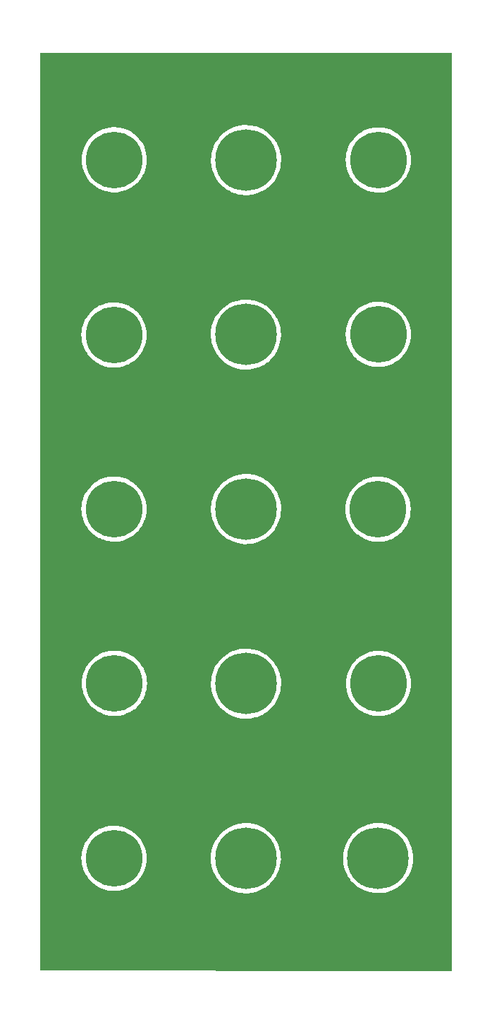
<source format=gbr>
%TF.GenerationSoftware,KiCad,Pcbnew,(6.0.5)*%
%TF.CreationDate,2022-07-06T11:36:20+02:00*%
%TF.ProjectId,faceplate-kicad,66616365-706c-4617-9465-2d6b69636164,rev?*%
%TF.SameCoordinates,Original*%
%TF.FileFunction,Copper,L1,Top*%
%TF.FilePolarity,Positive*%
%FSLAX46Y46*%
G04 Gerber Fmt 4.6, Leading zero omitted, Abs format (unit mm)*
G04 Created by KiCad (PCBNEW (6.0.5)) date 2022-07-06 11:36:20*
%MOMM*%
%LPD*%
G01*
G04 APERTURE LIST*
%TA.AperFunction,ComponentPad*%
%ADD10C,7.200000*%
%TD*%
%TA.AperFunction,ConnectorPad*%
%ADD11C,7.400000*%
%TD*%
%TA.AperFunction,ConnectorPad*%
%ADD12C,6.400000*%
%TD*%
%TA.AperFunction,ComponentPad*%
%ADD13C,6.800000*%
%TD*%
G04 APERTURE END LIST*
D10*
%TO.P,REF\u002A\u002A,1*%
%TO.N,N/C*%
X154910000Y-108790000D03*
D11*
X154910000Y-108790000D03*
%TD*%
D10*
%TO.P,REF\u002A\u002A,1*%
%TO.N,N/C*%
X154900000Y-66890000D03*
D11*
X154900000Y-66890000D03*
%TD*%
D10*
%TO.P,REF\u002A\u002A,1*%
%TO.N,N/C*%
X170770000Y-129730000D03*
D11*
X170770000Y-129730000D03*
%TD*%
D10*
%TO.P,REF\u002A\u002A,1*%
%TO.N,N/C*%
X154910000Y-45940000D03*
D11*
X154910000Y-45940000D03*
%TD*%
D10*
%TO.P,REF\u002A\u002A,1*%
%TO.N,N/C*%
X154910000Y-87830000D03*
D11*
X154910000Y-87830000D03*
%TD*%
D10*
%TO.P,REF\u002A\u002A,1*%
%TO.N,N/C*%
X154890000Y-129750000D03*
D11*
X154890000Y-129750000D03*
%TD*%
D12*
%TO.P,REF\u002A\u002A,1*%
%TO.N,N/C*%
X139050000Y-87830000D03*
D13*
X139050000Y-87830000D03*
%TD*%
D12*
%TO.P,REF\u002A\u002A,1*%
%TO.N,N/C*%
X139110000Y-108750000D03*
D13*
X139110000Y-108750000D03*
%TD*%
D12*
%TO.P,REF\u002A\u002A,1*%
%TO.N,N/C*%
X139090000Y-45900000D03*
D13*
X139090000Y-45900000D03*
%TD*%
D12*
%TO.P,REF\u002A\u002A,1*%
%TO.N,N/C*%
X139050000Y-66930000D03*
D13*
X139050000Y-66930000D03*
%TD*%
D12*
%TO.P,REF\u002A\u002A,1*%
%TO.N,N/C*%
X170790000Y-66860000D03*
D13*
X170790000Y-66860000D03*
%TD*%
D12*
%TO.P,GND,1*%
%TO.N,N/C*%
X170790000Y-45920000D03*
D13*
X170790000Y-45920000D03*
%TD*%
D12*
%TO.P,REF\u002A\u002A,1*%
%TO.N,N/C*%
X139050000Y-129760000D03*
D13*
X139050000Y-129760000D03*
%TD*%
D12*
%TO.P,REF\u002A\u002A,1*%
%TO.N,N/C*%
X170820000Y-108770000D03*
D13*
X170820000Y-108770000D03*
%TD*%
D12*
%TO.P,REF\u002A\u002A,1*%
%TO.N,N/C*%
X170780000Y-87850000D03*
D13*
X170780000Y-87850000D03*
%TD*%
%TA.AperFunction,NonConductor*%
G36*
X179593648Y-33060002D02*
G01*
X179640141Y-33113658D01*
X179651527Y-33166000D01*
X179651527Y-143200728D01*
X179631525Y-143268849D01*
X179577869Y-143315342D01*
X179525293Y-143326728D01*
X172627293Y-143313940D01*
X130294159Y-143235458D01*
X130226076Y-143215329D01*
X130179683Y-143161588D01*
X130168393Y-143109458D01*
X130168393Y-129746339D01*
X135136501Y-129746339D01*
X135136651Y-129749520D01*
X135152213Y-130079503D01*
X135155155Y-130141893D01*
X135213686Y-130533537D01*
X135311496Y-130917260D01*
X135372107Y-131082887D01*
X135445678Y-131283928D01*
X135447583Y-131289135D01*
X135620554Y-131645354D01*
X135828637Y-131982270D01*
X136069702Y-132296432D01*
X136071884Y-132298748D01*
X136071893Y-132298758D01*
X136266680Y-132505460D01*
X136341282Y-132584625D01*
X136343687Y-132586709D01*
X136343693Y-132586714D01*
X136593808Y-132803370D01*
X136640595Y-132843898D01*
X136964576Y-133071596D01*
X137005909Y-133094791D01*
X137214067Y-133211604D01*
X137309910Y-133265389D01*
X137312824Y-133266656D01*
X137312828Y-133266658D01*
X137364575Y-133289158D01*
X137673060Y-133423291D01*
X137852788Y-133480650D01*
X138047263Y-133542715D01*
X138047271Y-133542717D01*
X138050307Y-133543686D01*
X138101965Y-133554572D01*
X138434671Y-133624684D01*
X138434676Y-133624685D01*
X138437790Y-133625341D01*
X138831541Y-133667421D01*
X138834728Y-133667438D01*
X138834734Y-133667438D01*
X139014648Y-133668380D01*
X139227529Y-133669494D01*
X139342579Y-133658416D01*
X139618515Y-133631847D01*
X139618523Y-133631846D01*
X139621699Y-133631540D01*
X140010016Y-133553947D01*
X140301054Y-133464412D01*
X140385462Y-133438445D01*
X140385465Y-133438444D01*
X140388504Y-133437509D01*
X140391432Y-133436272D01*
X140391438Y-133436270D01*
X140555773Y-133366851D01*
X140753287Y-133283418D01*
X140756090Y-133281884D01*
X140756095Y-133281881D01*
X140927391Y-133188099D01*
X141100631Y-133093253D01*
X141426979Y-132868960D01*
X141674430Y-132659106D01*
X141726561Y-132614896D01*
X141726563Y-132614894D01*
X141728991Y-132612835D01*
X141731196Y-132610543D01*
X141731202Y-132610538D01*
X141853706Y-132483237D01*
X142003573Y-132327502D01*
X142247915Y-132015881D01*
X142270885Y-131979547D01*
X142457806Y-131683866D01*
X142459515Y-131681163D01*
X142636207Y-131326775D01*
X142776180Y-130956346D01*
X142787402Y-130914173D01*
X142854097Y-130663511D01*
X142878003Y-130573667D01*
X142890825Y-130493621D01*
X142940128Y-130185809D01*
X142940633Y-130182658D01*
X142942802Y-130145052D01*
X142950649Y-130008956D01*
X142963428Y-129787321D01*
X142963523Y-129760000D01*
X142963117Y-129751974D01*
X142960037Y-129691169D01*
X150676836Y-129691169D01*
X150676944Y-129694258D01*
X150690505Y-130082583D01*
X150691203Y-130102583D01*
X150691609Y-130105627D01*
X150691610Y-130105637D01*
X150711546Y-130255045D01*
X150745648Y-130510631D01*
X150746348Y-130513615D01*
X150746349Y-130513621D01*
X150786892Y-130686477D01*
X150839652Y-130911419D01*
X150972317Y-131301120D01*
X151142377Y-131676016D01*
X151348210Y-132032528D01*
X151349999Y-132035026D01*
X151350001Y-132035030D01*
X151571738Y-132344749D01*
X151587849Y-132367253D01*
X151589876Y-132369568D01*
X151589878Y-132369571D01*
X151704771Y-132500812D01*
X151859008Y-132676995D01*
X152159098Y-132958799D01*
X152335688Y-133094791D01*
X152456851Y-133188099D01*
X152485256Y-133209974D01*
X152487859Y-133211601D01*
X152487864Y-133211604D01*
X152571447Y-133263832D01*
X152834367Y-133428123D01*
X153203099Y-133611163D01*
X153587934Y-133757348D01*
X153985197Y-133865282D01*
X153988240Y-133865797D01*
X153988246Y-133865798D01*
X154388055Y-133933421D01*
X154388062Y-133933422D01*
X154391096Y-133933935D01*
X154394167Y-133934150D01*
X154394169Y-133934150D01*
X154798692Y-133962437D01*
X154798700Y-133962437D01*
X154801758Y-133962651D01*
X155065974Y-133955271D01*
X155210187Y-133951243D01*
X155210190Y-133951243D01*
X155213261Y-133951157D01*
X155216314Y-133950771D01*
X155216318Y-133950771D01*
X155374631Y-133930771D01*
X155621680Y-133899561D01*
X155624684Y-133898879D01*
X155624687Y-133898878D01*
X156020118Y-133809039D01*
X156020124Y-133809037D01*
X156023114Y-133808358D01*
X156239878Y-133736250D01*
X156410808Y-133679389D01*
X156410814Y-133679387D01*
X156413732Y-133678416D01*
X156433771Y-133669494D01*
X156787006Y-133512224D01*
X156787012Y-133512221D01*
X156789806Y-133510977D01*
X156792475Y-133509461D01*
X157145073Y-133309158D01*
X157145081Y-133309153D01*
X157147746Y-133307639D01*
X157173945Y-133289158D01*
X157449477Y-133094791D01*
X157484136Y-133070342D01*
X157507307Y-133050342D01*
X157793426Y-132803370D01*
X157795764Y-132801352D01*
X157797885Y-132799125D01*
X157797891Y-132799119D01*
X158077538Y-132505460D01*
X158079655Y-132503237D01*
X158097176Y-132480812D01*
X158331191Y-132181286D01*
X158331193Y-132181283D01*
X158333101Y-132178841D01*
X158334757Y-132176231D01*
X158334763Y-132176223D01*
X158552029Y-131833866D01*
X158552031Y-131833863D01*
X158553682Y-131831261D01*
X158565175Y-131808510D01*
X158737906Y-131466558D01*
X158739292Y-131463815D01*
X158747050Y-131443815D01*
X158887045Y-131082887D01*
X158887048Y-131082877D01*
X158888160Y-131080011D01*
X158998865Y-130683511D01*
X159070350Y-130278101D01*
X159101932Y-129867650D01*
X159103575Y-129750000D01*
X159102694Y-129731974D01*
X159099720Y-129671169D01*
X166556836Y-129671169D01*
X166557642Y-129694258D01*
X166563766Y-129869603D01*
X166571203Y-130082583D01*
X166571609Y-130085627D01*
X166571610Y-130085637D01*
X166584556Y-130182658D01*
X166625648Y-130490631D01*
X166626348Y-130493615D01*
X166626349Y-130493621D01*
X166671583Y-130686477D01*
X166719652Y-130891419D01*
X166852317Y-131281120D01*
X167022377Y-131656016D01*
X167228210Y-132012528D01*
X167229999Y-132015026D01*
X167230001Y-132015030D01*
X167453709Y-132327502D01*
X167467849Y-132347253D01*
X167469876Y-132349568D01*
X167469878Y-132349571D01*
X167698338Y-132610538D01*
X167739008Y-132656995D01*
X168039098Y-132938799D01*
X168365256Y-133189974D01*
X168367859Y-133191601D01*
X168367864Y-133191604D01*
X168399871Y-133211604D01*
X168714367Y-133408123D01*
X169083099Y-133591163D01*
X169467934Y-133737348D01*
X169865197Y-133845282D01*
X169868240Y-133845797D01*
X169868246Y-133845798D01*
X170268055Y-133913421D01*
X170268062Y-133913422D01*
X170271096Y-133913935D01*
X170274167Y-133914150D01*
X170274169Y-133914150D01*
X170678692Y-133942437D01*
X170678700Y-133942437D01*
X170681758Y-133942651D01*
X170945974Y-133935271D01*
X171090187Y-133931243D01*
X171090190Y-133931243D01*
X171093261Y-133931157D01*
X171096314Y-133930771D01*
X171096318Y-133930771D01*
X171244984Y-133911990D01*
X171501680Y-133879561D01*
X171504684Y-133878879D01*
X171504687Y-133878878D01*
X171900118Y-133789039D01*
X171900124Y-133789037D01*
X171903114Y-133788358D01*
X172059756Y-133736250D01*
X172290808Y-133659389D01*
X172290814Y-133659387D01*
X172293732Y-133658416D01*
X172353407Y-133631847D01*
X172667006Y-133492224D01*
X172667012Y-133492221D01*
X172669806Y-133490977D01*
X172672475Y-133489461D01*
X173025073Y-133289158D01*
X173025081Y-133289153D01*
X173027746Y-133287639D01*
X173035909Y-133281881D01*
X173200799Y-133165563D01*
X173364136Y-133050342D01*
X173675764Y-132781352D01*
X173677885Y-132779125D01*
X173677891Y-132779119D01*
X173957538Y-132485460D01*
X173959655Y-132483237D01*
X174064087Y-132349571D01*
X174211191Y-132161286D01*
X174211193Y-132161283D01*
X174213101Y-132158841D01*
X174214757Y-132156231D01*
X174214763Y-132156223D01*
X174432029Y-131813866D01*
X174432031Y-131813863D01*
X174433682Y-131811261D01*
X174503421Y-131673202D01*
X174521710Y-131636995D01*
X174619292Y-131443815D01*
X174620402Y-131440954D01*
X174767045Y-131062887D01*
X174767048Y-131062877D01*
X174768160Y-131060011D01*
X174878865Y-130663511D01*
X174946291Y-130281119D01*
X174949818Y-130261119D01*
X174949818Y-130261116D01*
X174950350Y-130258101D01*
X174981932Y-129847650D01*
X174983575Y-129730000D01*
X174963465Y-129318827D01*
X174903328Y-128911579D01*
X174803738Y-128512143D01*
X174790848Y-128475942D01*
X174700172Y-128221296D01*
X174665644Y-128124331D01*
X174490366Y-127751846D01*
X174469875Y-127717471D01*
X174347853Y-127512778D01*
X174279576Y-127398243D01*
X174035287Y-127066897D01*
X174033231Y-127064614D01*
X174033224Y-127064605D01*
X173761899Y-126763268D01*
X173761891Y-126763260D01*
X173759830Y-126760971D01*
X173455834Y-126483385D01*
X173172548Y-126271460D01*
X173128670Y-126238635D01*
X173128669Y-126238635D01*
X173126201Y-126236788D01*
X173069870Y-126202673D01*
X172776706Y-126025126D01*
X172776697Y-126025121D01*
X172774078Y-126023535D01*
X172542988Y-125912815D01*
X172405598Y-125846988D01*
X172405596Y-125846987D01*
X172402826Y-125845660D01*
X172399937Y-125844608D01*
X172399931Y-125844606D01*
X172018887Y-125705918D01*
X172018884Y-125705917D01*
X172015988Y-125704863D01*
X171693321Y-125622016D01*
X171620241Y-125603252D01*
X171620238Y-125603251D01*
X171617257Y-125602486D01*
X171210439Y-125539507D01*
X170799416Y-125516528D01*
X170796337Y-125516657D01*
X170796334Y-125516657D01*
X170526857Y-125527951D01*
X170388113Y-125533766D01*
X170385069Y-125534194D01*
X170385067Y-125534194D01*
X170201599Y-125559979D01*
X169980455Y-125591059D01*
X169580333Y-125687859D01*
X169191567Y-125823241D01*
X169188769Y-125824534D01*
X168820664Y-125994622D01*
X168820654Y-125994627D01*
X168817867Y-125995915D01*
X168462801Y-126204231D01*
X168294815Y-126326280D01*
X168132239Y-126444398D01*
X168132233Y-126444403D01*
X168129758Y-126446201D01*
X167821916Y-126719516D01*
X167819837Y-126721761D01*
X167819830Y-126721768D01*
X167628622Y-126928254D01*
X167542214Y-127021566D01*
X167540359Y-127024010D01*
X167406384Y-127200516D01*
X167293322Y-127349469D01*
X167077616Y-127700095D01*
X166897154Y-128070096D01*
X166896083Y-128072977D01*
X166896080Y-128072983D01*
X166807038Y-128312412D01*
X166753660Y-128455942D01*
X166648502Y-128853948D01*
X166582684Y-129260317D01*
X166582491Y-129263390D01*
X166582490Y-129263396D01*
X166575929Y-129367687D01*
X166556836Y-129671169D01*
X159099720Y-129671169D01*
X159093470Y-129543396D01*
X159083465Y-129338827D01*
X159023328Y-128931579D01*
X159018342Y-128911579D01*
X158990823Y-128801207D01*
X158923738Y-128532143D01*
X158917686Y-128515145D01*
X158786676Y-128147230D01*
X158785644Y-128144331D01*
X158610366Y-127771846D01*
X158596867Y-127749200D01*
X158501876Y-127589853D01*
X158399576Y-127418243D01*
X158155287Y-127086897D01*
X158153231Y-127084614D01*
X158153224Y-127084605D01*
X157881899Y-126783268D01*
X157881891Y-126783260D01*
X157879830Y-126780971D01*
X157575834Y-126503385D01*
X157246201Y-126256788D01*
X157159419Y-126204231D01*
X156896706Y-126045126D01*
X156896697Y-126045121D01*
X156894078Y-126043535D01*
X156662988Y-125932815D01*
X156525598Y-125866988D01*
X156525596Y-125866987D01*
X156522826Y-125865660D01*
X156519937Y-125864608D01*
X156519931Y-125864606D01*
X156138887Y-125725918D01*
X156138884Y-125725917D01*
X156135988Y-125724863D01*
X155845250Y-125650214D01*
X155740241Y-125623252D01*
X155740238Y-125623251D01*
X155737257Y-125622486D01*
X155330439Y-125559507D01*
X154919416Y-125536528D01*
X154916337Y-125536657D01*
X154916334Y-125536657D01*
X154646857Y-125547951D01*
X154508113Y-125553766D01*
X154505069Y-125554194D01*
X154505067Y-125554194D01*
X154284518Y-125585190D01*
X154100455Y-125611059D01*
X153700333Y-125707859D01*
X153311567Y-125843241D01*
X153308769Y-125844534D01*
X152940664Y-126014622D01*
X152940654Y-126014627D01*
X152937867Y-126015915D01*
X152582801Y-126224231D01*
X152535448Y-126258635D01*
X152252239Y-126464398D01*
X152252233Y-126464403D01*
X152249758Y-126466201D01*
X151941916Y-126739516D01*
X151939837Y-126741761D01*
X151939830Y-126741768D01*
X151680734Y-127021566D01*
X151662214Y-127041566D01*
X151413322Y-127369469D01*
X151197616Y-127720095D01*
X151017154Y-128090096D01*
X150873660Y-128475942D01*
X150768502Y-128873948D01*
X150702684Y-129280317D01*
X150702491Y-129283390D01*
X150702490Y-129283396D01*
X150698439Y-129347784D01*
X150676836Y-129691169D01*
X142960037Y-129691169D01*
X142943650Y-129367687D01*
X142943649Y-129367682D01*
X142943489Y-129364514D01*
X142883590Y-128973077D01*
X142857186Y-128870981D01*
X142785238Y-128592777D01*
X142785235Y-128592769D01*
X142784441Y-128589697D01*
X142780758Y-128579741D01*
X142648166Y-128221296D01*
X142648163Y-128221290D01*
X142647057Y-128218299D01*
X142472844Y-127862686D01*
X142467196Y-127853611D01*
X142265272Y-127529208D01*
X142263586Y-127526499D01*
X142021426Y-127213180D01*
X141748842Y-126925937D01*
X141448626Y-126667710D01*
X141123851Y-126441144D01*
X140792628Y-126256788D01*
X140780628Y-126250109D01*
X140780626Y-126250108D01*
X140777843Y-126248559D01*
X140774923Y-126247301D01*
X140774918Y-126247299D01*
X140417078Y-126093188D01*
X140417075Y-126093187D01*
X140414145Y-126091925D01*
X140036479Y-125972848D01*
X139761004Y-125915799D01*
X139651839Y-125893192D01*
X139651836Y-125893192D01*
X139648714Y-125892545D01*
X139344783Y-125861137D01*
X139257974Y-125852166D01*
X139257971Y-125852166D01*
X139254818Y-125851840D01*
X139251652Y-125851834D01*
X139251643Y-125851834D01*
X139056080Y-125851493D01*
X138858825Y-125851149D01*
X138464790Y-125890479D01*
X138461655Y-125891117D01*
X138461654Y-125891117D01*
X138454635Y-125892545D01*
X138076746Y-125969428D01*
X137698668Y-126087186D01*
X137334424Y-126242549D01*
X136987746Y-126433925D01*
X136662183Y-126659356D01*
X136361067Y-126916533D01*
X136087482Y-127202823D01*
X136085525Y-127205336D01*
X136085524Y-127205338D01*
X135919783Y-127418243D01*
X135844230Y-127515295D01*
X135842534Y-127517999D01*
X135842531Y-127518003D01*
X135835502Y-127529208D01*
X135633799Y-127850750D01*
X135458346Y-128205753D01*
X135319666Y-128576668D01*
X135219180Y-128959700D01*
X135218687Y-128962849D01*
X135218685Y-128962858D01*
X135217085Y-128973077D01*
X135157916Y-129350925D01*
X135136501Y-129746339D01*
X130168393Y-129746339D01*
X130168393Y-108736339D01*
X135196501Y-108736339D01*
X135196651Y-108739520D01*
X135198514Y-108779014D01*
X135215155Y-109131893D01*
X135273686Y-109523537D01*
X135274472Y-109526619D01*
X135274472Y-109526621D01*
X135323888Y-109720485D01*
X135371496Y-109907260D01*
X135507583Y-110279135D01*
X135680554Y-110635354D01*
X135888637Y-110972270D01*
X135890581Y-110974803D01*
X136079714Y-111221286D01*
X136129702Y-111286432D01*
X136131884Y-111288748D01*
X136131893Y-111288758D01*
X136369418Y-111540812D01*
X136401282Y-111574625D01*
X136403687Y-111576709D01*
X136403693Y-111576714D01*
X136454285Y-111620538D01*
X136700595Y-111833898D01*
X137024576Y-112061596D01*
X137107835Y-112108319D01*
X137360261Y-112249974D01*
X137369910Y-112255389D01*
X137372824Y-112256656D01*
X137372828Y-112256658D01*
X137407839Y-112271881D01*
X137733060Y-112413291D01*
X137843212Y-112448445D01*
X138107263Y-112532715D01*
X138107271Y-112532717D01*
X138110307Y-112533686D01*
X138161965Y-112544572D01*
X138494671Y-112614684D01*
X138494676Y-112614685D01*
X138497790Y-112615341D01*
X138891541Y-112657421D01*
X138894728Y-112657438D01*
X138894734Y-112657438D01*
X139074648Y-112658380D01*
X139287529Y-112659494D01*
X139393621Y-112649279D01*
X139678515Y-112621847D01*
X139678523Y-112621846D01*
X139681699Y-112621540D01*
X140070016Y-112543947D01*
X140361054Y-112454412D01*
X140445462Y-112428445D01*
X140445465Y-112428444D01*
X140448504Y-112427509D01*
X140451432Y-112426272D01*
X140451438Y-112426270D01*
X140637582Y-112347639D01*
X140813287Y-112273418D01*
X140816090Y-112271884D01*
X140816095Y-112271881D01*
X140965623Y-112190017D01*
X141160631Y-112083253D01*
X141486979Y-111858960D01*
X141492948Y-111853898D01*
X141786561Y-111604896D01*
X141786563Y-111604894D01*
X141788991Y-111602835D01*
X141791196Y-111600543D01*
X141791202Y-111600538D01*
X141974973Y-111409571D01*
X142063573Y-111317502D01*
X142307915Y-111005881D01*
X142314919Y-110994803D01*
X142505163Y-110693866D01*
X142519515Y-110671163D01*
X142696207Y-110316775D01*
X142786918Y-110076715D01*
X142835056Y-109949321D01*
X142835057Y-109949318D01*
X142836180Y-109946346D01*
X142841259Y-109927260D01*
X142902479Y-109697175D01*
X142938003Y-109563667D01*
X142939613Y-109553621D01*
X143000128Y-109175809D01*
X143000633Y-109172658D01*
X143001831Y-109151893D01*
X143022177Y-108799014D01*
X143023428Y-108777321D01*
X143023454Y-108770000D01*
X143023517Y-108751697D01*
X143023523Y-108750000D01*
X143022569Y-108731169D01*
X150696836Y-108731169D01*
X150696944Y-108734258D01*
X150710830Y-109131893D01*
X150711203Y-109142583D01*
X150711609Y-109145627D01*
X150711610Y-109145637D01*
X150734214Y-109315045D01*
X150765648Y-109550631D01*
X150766348Y-109553615D01*
X150766349Y-109553621D01*
X150854687Y-109930251D01*
X150859652Y-109951419D01*
X150992317Y-110341120D01*
X151162377Y-110716016D01*
X151368210Y-111072528D01*
X151369999Y-111075026D01*
X151370001Y-111075030D01*
X151556115Y-111334991D01*
X151607849Y-111407253D01*
X151609876Y-111409568D01*
X151609878Y-111409571D01*
X151794566Y-111620538D01*
X151879008Y-111716995D01*
X152179098Y-111998799D01*
X152505256Y-112249974D01*
X152507859Y-112251601D01*
X152507864Y-112251604D01*
X152633522Y-112330124D01*
X152854367Y-112468123D01*
X153223099Y-112651163D01*
X153607934Y-112797348D01*
X154005197Y-112905282D01*
X154008240Y-112905797D01*
X154008246Y-112905798D01*
X154408055Y-112973421D01*
X154408062Y-112973422D01*
X154411096Y-112973935D01*
X154414167Y-112974150D01*
X154414169Y-112974150D01*
X154818692Y-113002437D01*
X154818700Y-113002437D01*
X154821758Y-113002651D01*
X155085974Y-112995271D01*
X155230187Y-112991243D01*
X155230190Y-112991243D01*
X155233261Y-112991157D01*
X155236314Y-112990771D01*
X155236318Y-112990771D01*
X155384984Y-112971990D01*
X155641680Y-112939561D01*
X155644684Y-112938879D01*
X155644687Y-112938878D01*
X156040118Y-112849039D01*
X156040124Y-112849037D01*
X156043114Y-112848358D01*
X156199756Y-112796250D01*
X156430808Y-112719389D01*
X156430814Y-112719387D01*
X156433732Y-112718416D01*
X156436542Y-112717165D01*
X156807006Y-112552224D01*
X156807012Y-112552221D01*
X156809806Y-112550977D01*
X156822181Y-112543947D01*
X157165073Y-112349158D01*
X157165081Y-112349153D01*
X157167746Y-112347639D01*
X157504136Y-112110342D01*
X157539558Y-112079767D01*
X157813426Y-111843370D01*
X157815764Y-111841352D01*
X157817885Y-111839125D01*
X157817891Y-111839119D01*
X158097538Y-111545460D01*
X158099655Y-111543237D01*
X158204087Y-111409571D01*
X158351191Y-111221286D01*
X158351193Y-111221283D01*
X158353101Y-111218841D01*
X158354757Y-111216231D01*
X158354763Y-111216223D01*
X158572029Y-110873866D01*
X158572031Y-110873863D01*
X158573682Y-110871261D01*
X158759292Y-110503815D01*
X158760402Y-110500954D01*
X158907045Y-110122887D01*
X158907048Y-110122877D01*
X158908160Y-110120011D01*
X159018865Y-109723511D01*
X159090350Y-109318101D01*
X159121932Y-108907650D01*
X159123575Y-108790000D01*
X159122515Y-108768316D01*
X159121929Y-108756339D01*
X166906501Y-108756339D01*
X166906651Y-108759520D01*
X166924716Y-109142583D01*
X166925155Y-109151893D01*
X166983686Y-109543537D01*
X166984472Y-109546619D01*
X166984472Y-109546621D01*
X167028790Y-109720485D01*
X167081496Y-109927260D01*
X167217583Y-110299135D01*
X167390554Y-110655354D01*
X167426282Y-110713202D01*
X167523901Y-110871261D01*
X167598637Y-110992270D01*
X167839702Y-111306432D01*
X167841884Y-111308748D01*
X167841893Y-111308758D01*
X168060571Y-111540812D01*
X168111282Y-111594625D01*
X168113687Y-111596709D01*
X168113693Y-111596714D01*
X168254987Y-111719106D01*
X168410595Y-111853898D01*
X168734576Y-112081596D01*
X168907243Y-112178493D01*
X169076398Y-112273418D01*
X169079910Y-112275389D01*
X169082824Y-112276656D01*
X169082828Y-112276658D01*
X169117839Y-112291881D01*
X169443060Y-112433291D01*
X169622788Y-112490650D01*
X169817263Y-112552715D01*
X169817271Y-112552717D01*
X169820307Y-112553686D01*
X169871965Y-112564572D01*
X170204671Y-112634684D01*
X170204676Y-112634685D01*
X170207790Y-112635341D01*
X170601541Y-112677421D01*
X170604728Y-112677438D01*
X170604734Y-112677438D01*
X170784648Y-112678380D01*
X170997529Y-112679494D01*
X171103621Y-112669279D01*
X171388515Y-112641847D01*
X171388523Y-112641846D01*
X171391699Y-112641540D01*
X171780016Y-112563947D01*
X172096792Y-112466494D01*
X172155462Y-112448445D01*
X172155465Y-112448444D01*
X172158504Y-112447509D01*
X172161432Y-112446272D01*
X172161438Y-112446270D01*
X172399128Y-112345865D01*
X172523287Y-112293418D01*
X172526090Y-112291884D01*
X172526095Y-112291881D01*
X172854420Y-112112128D01*
X172870631Y-112103253D01*
X173196979Y-111878960D01*
X173243958Y-111839119D01*
X173496561Y-111624896D01*
X173496563Y-111624894D01*
X173498991Y-111622835D01*
X173501196Y-111620543D01*
X173501202Y-111620538D01*
X173706450Y-111407253D01*
X173773573Y-111337502D01*
X174017915Y-111025881D01*
X174030559Y-111005881D01*
X174212112Y-110718692D01*
X174229515Y-110691163D01*
X174406207Y-110336775D01*
X174546180Y-109966346D01*
X174552321Y-109943269D01*
X174647182Y-109586752D01*
X174648003Y-109583667D01*
X174650713Y-109566752D01*
X174710128Y-109195809D01*
X174710633Y-109192658D01*
X174712802Y-109155052D01*
X174733330Y-108799014D01*
X174733428Y-108797321D01*
X174733454Y-108790000D01*
X174733492Y-108779014D01*
X174733523Y-108770000D01*
X174731713Y-108734258D01*
X174713650Y-108377687D01*
X174713649Y-108377682D01*
X174713489Y-108374514D01*
X174653590Y-107983077D01*
X174554441Y-107599697D01*
X174550758Y-107589741D01*
X174418166Y-107231296D01*
X174418163Y-107231290D01*
X174417057Y-107228299D01*
X174242844Y-106872686D01*
X174237196Y-106863611D01*
X174035272Y-106539208D01*
X174033586Y-106536499D01*
X173791426Y-106223180D01*
X173518842Y-105935937D01*
X173482247Y-105904460D01*
X173221041Y-105679787D01*
X173221038Y-105679785D01*
X173218626Y-105677710D01*
X172893851Y-105451144D01*
X172613658Y-105295191D01*
X172550628Y-105260109D01*
X172550626Y-105260108D01*
X172547843Y-105258559D01*
X172544923Y-105257301D01*
X172544918Y-105257299D01*
X172187078Y-105103188D01*
X172187075Y-105103187D01*
X172184145Y-105101925D01*
X171806479Y-104982848D01*
X171531004Y-104925799D01*
X171421839Y-104903192D01*
X171421836Y-104903192D01*
X171418714Y-104902545D01*
X171114783Y-104871137D01*
X171027974Y-104862166D01*
X171027971Y-104862166D01*
X171024818Y-104861840D01*
X171021652Y-104861834D01*
X171021643Y-104861834D01*
X170826080Y-104861493D01*
X170628825Y-104861149D01*
X170234790Y-104900479D01*
X170231655Y-104901117D01*
X170231654Y-104901117D01*
X169945048Y-104959428D01*
X169846746Y-104979428D01*
X169468668Y-105097186D01*
X169104424Y-105252549D01*
X168757746Y-105443925D01*
X168432183Y-105669356D01*
X168251975Y-105823268D01*
X168145915Y-105913852D01*
X168131067Y-105926533D01*
X167857482Y-106212823D01*
X167855525Y-106215336D01*
X167855524Y-106215338D01*
X167618969Y-106519208D01*
X167614230Y-106525295D01*
X167612534Y-106527999D01*
X167612531Y-106528003D01*
X167605502Y-106539208D01*
X167403799Y-106860750D01*
X167228346Y-107215753D01*
X167089666Y-107586668D01*
X166989180Y-107969700D01*
X166988687Y-107972849D01*
X166988685Y-107972858D01*
X166987085Y-107983077D01*
X166927916Y-108360925D01*
X166927745Y-108364091D01*
X166927744Y-108364096D01*
X166927008Y-108377687D01*
X166906501Y-108756339D01*
X159121929Y-108756339D01*
X159103615Y-108381900D01*
X159103465Y-108378827D01*
X159043328Y-107971579D01*
X159038661Y-107952858D01*
X159010823Y-107841207D01*
X158943738Y-107572143D01*
X158941789Y-107566668D01*
X158876470Y-107383233D01*
X158805644Y-107184331D01*
X158630366Y-106811846D01*
X158601168Y-106762865D01*
X158459547Y-106525295D01*
X158419576Y-106458243D01*
X158175287Y-106126897D01*
X158173231Y-106124614D01*
X158173224Y-106124605D01*
X157901899Y-105823268D01*
X157901891Y-105823260D01*
X157899830Y-105820971D01*
X157595834Y-105543385D01*
X157266201Y-105296788D01*
X157200997Y-105257299D01*
X156916706Y-105085126D01*
X156916697Y-105085121D01*
X156914078Y-105083535D01*
X156542826Y-104905660D01*
X156539937Y-104904608D01*
X156539931Y-104904606D01*
X156158887Y-104765918D01*
X156158884Y-104765917D01*
X156155988Y-104764863D01*
X155865250Y-104690214D01*
X155760241Y-104663252D01*
X155760238Y-104663251D01*
X155757257Y-104662486D01*
X155350439Y-104599507D01*
X154939416Y-104576528D01*
X154936337Y-104576657D01*
X154936334Y-104576657D01*
X154666857Y-104587951D01*
X154528113Y-104593766D01*
X154525069Y-104594194D01*
X154525067Y-104594194D01*
X154304518Y-104625190D01*
X154120455Y-104651059D01*
X153720333Y-104747859D01*
X153331567Y-104883241D01*
X153288389Y-104903192D01*
X152960664Y-105054622D01*
X152960654Y-105054627D01*
X152957867Y-105055915D01*
X152602801Y-105264231D01*
X152555448Y-105298635D01*
X152272239Y-105504398D01*
X152272233Y-105504403D01*
X152269758Y-105506201D01*
X151961916Y-105779516D01*
X151959837Y-105781761D01*
X151959830Y-105781768D01*
X151684300Y-106079313D01*
X151682214Y-106081566D01*
X151680359Y-106084010D01*
X151572807Y-106225705D01*
X151433322Y-106409469D01*
X151217616Y-106760095D01*
X151037154Y-107130096D01*
X151036083Y-107132977D01*
X151036080Y-107132983D01*
X151001702Y-107225424D01*
X150893660Y-107515942D01*
X150788502Y-107913948D01*
X150722684Y-108320317D01*
X150722491Y-108323390D01*
X150722490Y-108323396D01*
X150697030Y-108728082D01*
X150696836Y-108731169D01*
X143022569Y-108731169D01*
X143004877Y-108381900D01*
X143003650Y-108357687D01*
X143003649Y-108357682D01*
X143003489Y-108354514D01*
X142947134Y-107986237D01*
X142944074Y-107966237D01*
X142944072Y-107966228D01*
X142943590Y-107963077D01*
X142850410Y-107602777D01*
X142845238Y-107582777D01*
X142845235Y-107582769D01*
X142844441Y-107579697D01*
X142840569Y-107569230D01*
X142708166Y-107211296D01*
X142708163Y-107211290D01*
X142707057Y-107208299D01*
X142532844Y-106852686D01*
X142527196Y-106843611D01*
X142334464Y-106533975D01*
X142323586Y-106516499D01*
X142238969Y-106407017D01*
X142083378Y-106205705D01*
X142083373Y-106205700D01*
X142081426Y-106203180D01*
X141830020Y-105938254D01*
X141811041Y-105918254D01*
X141811038Y-105918252D01*
X141808842Y-105915937D01*
X141696012Y-105818888D01*
X141511041Y-105659787D01*
X141511038Y-105659785D01*
X141508626Y-105657710D01*
X141183851Y-105431144D01*
X140883967Y-105264231D01*
X140840628Y-105240109D01*
X140840626Y-105240108D01*
X140837843Y-105238559D01*
X140834923Y-105237301D01*
X140834918Y-105237299D01*
X140477078Y-105083188D01*
X140477075Y-105083187D01*
X140474145Y-105081925D01*
X140096479Y-104962848D01*
X139808414Y-104903192D01*
X139711839Y-104883192D01*
X139711836Y-104883192D01*
X139708714Y-104882545D01*
X139404783Y-104851137D01*
X139317974Y-104842166D01*
X139317971Y-104842166D01*
X139314818Y-104841840D01*
X139311652Y-104841834D01*
X139311643Y-104841834D01*
X139116080Y-104841493D01*
X138918825Y-104841149D01*
X138524790Y-104880479D01*
X138521655Y-104881117D01*
X138521654Y-104881117D01*
X138423352Y-104901117D01*
X138136746Y-104959428D01*
X137758668Y-105077186D01*
X137394424Y-105232549D01*
X137047746Y-105423925D01*
X136722183Y-105649356D01*
X136421067Y-105906533D01*
X136418867Y-105908835D01*
X136418864Y-105908838D01*
X136302060Y-106031067D01*
X136147482Y-106192823D01*
X136145525Y-106195336D01*
X136145524Y-106195338D01*
X135940859Y-106458243D01*
X135904230Y-106505295D01*
X135902534Y-106507999D01*
X135902531Y-106508003D01*
X135882956Y-106539208D01*
X135693799Y-106840750D01*
X135518346Y-107195753D01*
X135379666Y-107566668D01*
X135279180Y-107949700D01*
X135278687Y-107952849D01*
X135278685Y-107952858D01*
X135274437Y-107979988D01*
X135217916Y-108340925D01*
X135217745Y-108344091D01*
X135217744Y-108344096D01*
X135215925Y-108377687D01*
X135196501Y-108736339D01*
X130168393Y-108736339D01*
X130168393Y-87816339D01*
X135136501Y-87816339D01*
X135136651Y-87819520D01*
X135153917Y-88185637D01*
X135155155Y-88211893D01*
X135213686Y-88603537D01*
X135214472Y-88606619D01*
X135214472Y-88606621D01*
X135217982Y-88620389D01*
X135311496Y-88987260D01*
X135447583Y-89359135D01*
X135620554Y-89715354D01*
X135828637Y-90052270D01*
X135938773Y-90195802D01*
X135989021Y-90261286D01*
X136069702Y-90366432D01*
X136071884Y-90368748D01*
X136071893Y-90368758D01*
X136148048Y-90449571D01*
X136341282Y-90654625D01*
X136343687Y-90656709D01*
X136343693Y-90656714D01*
X136638188Y-90911813D01*
X136640595Y-90913898D01*
X136964576Y-91141596D01*
X137137243Y-91238493D01*
X137228982Y-91289974D01*
X137309910Y-91335389D01*
X137312824Y-91336656D01*
X137312828Y-91336658D01*
X137347839Y-91351881D01*
X137673060Y-91493291D01*
X137783212Y-91528445D01*
X138047263Y-91612715D01*
X138047271Y-91612717D01*
X138050307Y-91613686D01*
X138101965Y-91624572D01*
X138434671Y-91694684D01*
X138434676Y-91694685D01*
X138437790Y-91695341D01*
X138831541Y-91737421D01*
X138834728Y-91737438D01*
X138834734Y-91737438D01*
X139014648Y-91738380D01*
X139227529Y-91739494D01*
X139333621Y-91729279D01*
X139618515Y-91701847D01*
X139618523Y-91701846D01*
X139621699Y-91701540D01*
X140010016Y-91623947D01*
X140301054Y-91534412D01*
X140385462Y-91508445D01*
X140385465Y-91508444D01*
X140388504Y-91507509D01*
X140391432Y-91506272D01*
X140391438Y-91506270D01*
X140555773Y-91436851D01*
X140753287Y-91353418D01*
X140756090Y-91351884D01*
X140756095Y-91351881D01*
X140905623Y-91270017D01*
X141100631Y-91163253D01*
X141426979Y-90938960D01*
X141432948Y-90933898D01*
X141726561Y-90684896D01*
X141726563Y-90684894D01*
X141728991Y-90682835D01*
X141731196Y-90680543D01*
X141731202Y-90680538D01*
X141843187Y-90564168D01*
X142003573Y-90397502D01*
X142247915Y-90085881D01*
X142254919Y-90074803D01*
X142445163Y-89773866D01*
X142459515Y-89751163D01*
X142636207Y-89396775D01*
X142726918Y-89156715D01*
X142775056Y-89029321D01*
X142775057Y-89029318D01*
X142776180Y-89026346D01*
X142781259Y-89007260D01*
X142846920Y-88760485D01*
X142878003Y-88643667D01*
X142880734Y-88626621D01*
X142940128Y-88255809D01*
X142940633Y-88252658D01*
X142941831Y-88231893D01*
X142958107Y-87949603D01*
X142963428Y-87857321D01*
X142963454Y-87850000D01*
X142963517Y-87831697D01*
X142963523Y-87830000D01*
X142963424Y-87828031D01*
X142960543Y-87771169D01*
X150696836Y-87771169D01*
X150711203Y-88182583D01*
X150711609Y-88185627D01*
X150711610Y-88185637D01*
X150723642Y-88275809D01*
X150765648Y-88590631D01*
X150766348Y-88593615D01*
X150766349Y-88593621D01*
X150858949Y-88988422D01*
X150859652Y-88991419D01*
X150992317Y-89381120D01*
X151162377Y-89756016D01*
X151368210Y-90112528D01*
X151369999Y-90115026D01*
X151370001Y-90115030D01*
X151584752Y-90414991D01*
X151607849Y-90447253D01*
X151609876Y-90449568D01*
X151609878Y-90449571D01*
X151831594Y-90702835D01*
X151879008Y-90756995D01*
X152179098Y-91038799D01*
X152505256Y-91289974D01*
X152507859Y-91291601D01*
X152507864Y-91291604D01*
X152633522Y-91370124D01*
X152854367Y-91508123D01*
X153223099Y-91691163D01*
X153607934Y-91837348D01*
X154005197Y-91945282D01*
X154008240Y-91945797D01*
X154008246Y-91945798D01*
X154408055Y-92013421D01*
X154408062Y-92013422D01*
X154411096Y-92013935D01*
X154414167Y-92014150D01*
X154414169Y-92014150D01*
X154818692Y-92042437D01*
X154818700Y-92042437D01*
X154821758Y-92042651D01*
X155085974Y-92035271D01*
X155230187Y-92031243D01*
X155230190Y-92031243D01*
X155233261Y-92031157D01*
X155236314Y-92030771D01*
X155236318Y-92030771D01*
X155384984Y-92011990D01*
X155641680Y-91979561D01*
X155644684Y-91978879D01*
X155644687Y-91978878D01*
X156040118Y-91889039D01*
X156040124Y-91889037D01*
X156043114Y-91888358D01*
X156199756Y-91836250D01*
X156430808Y-91759389D01*
X156430814Y-91759387D01*
X156433732Y-91758416D01*
X156436728Y-91757082D01*
X156807006Y-91592224D01*
X156807012Y-91592221D01*
X156809806Y-91590977D01*
X156812475Y-91589461D01*
X157165073Y-91389158D01*
X157165081Y-91389153D01*
X157167746Y-91387639D01*
X157190085Y-91371881D01*
X157501604Y-91152128D01*
X157504136Y-91150342D01*
X157514269Y-91141596D01*
X157729900Y-90955467D01*
X157815764Y-90881352D01*
X157817885Y-90879125D01*
X157817891Y-90879119D01*
X158097538Y-90585460D01*
X158099655Y-90583237D01*
X158204087Y-90449571D01*
X158351191Y-90261286D01*
X158351193Y-90261283D01*
X158353101Y-90258841D01*
X158354757Y-90256231D01*
X158354763Y-90256223D01*
X158572029Y-89913866D01*
X158572031Y-89913863D01*
X158573682Y-89911261D01*
X158644451Y-89771163D01*
X158757906Y-89546558D01*
X158759292Y-89543815D01*
X158809723Y-89413797D01*
X158907045Y-89162887D01*
X158907048Y-89162877D01*
X158908160Y-89160011D01*
X159018865Y-88763511D01*
X159090350Y-88358101D01*
X159121932Y-87947650D01*
X159123486Y-87836339D01*
X166866501Y-87836339D01*
X166866651Y-87839520D01*
X166884361Y-88215052D01*
X166885155Y-88231893D01*
X166943686Y-88623537D01*
X167041496Y-89007260D01*
X167177583Y-89379135D01*
X167350554Y-89735354D01*
X167558637Y-90072270D01*
X167799702Y-90386432D01*
X167801884Y-90388748D01*
X167801893Y-90388758D01*
X167859201Y-90449571D01*
X168071282Y-90674625D01*
X168073687Y-90676709D01*
X168073693Y-90676714D01*
X168307356Y-90879119D01*
X168370595Y-90933898D01*
X168694576Y-91161596D01*
X168735909Y-91184791D01*
X169036398Y-91353418D01*
X169039910Y-91355389D01*
X169042824Y-91356656D01*
X169042828Y-91356658D01*
X169077839Y-91371881D01*
X169403060Y-91513291D01*
X169582788Y-91570650D01*
X169777263Y-91632715D01*
X169777271Y-91632717D01*
X169780307Y-91633686D01*
X169831965Y-91644572D01*
X170164671Y-91714684D01*
X170164676Y-91714685D01*
X170167790Y-91715341D01*
X170561541Y-91757421D01*
X170564728Y-91757438D01*
X170564734Y-91757438D01*
X170744648Y-91758380D01*
X170957529Y-91759494D01*
X171063621Y-91749279D01*
X171348515Y-91721847D01*
X171348523Y-91721846D01*
X171351699Y-91721540D01*
X171740016Y-91643947D01*
X172031054Y-91554412D01*
X172115462Y-91528445D01*
X172115465Y-91528444D01*
X172118504Y-91527509D01*
X172121432Y-91526272D01*
X172121438Y-91526270D01*
X172285773Y-91456851D01*
X172483287Y-91373418D01*
X172486090Y-91371884D01*
X172486095Y-91371881D01*
X172639126Y-91288099D01*
X172830631Y-91183253D01*
X173156979Y-90958960D01*
X173188990Y-90931813D01*
X173456561Y-90704896D01*
X173456563Y-90704894D01*
X173458991Y-90702835D01*
X173461196Y-90700543D01*
X173461202Y-90700538D01*
X173702712Y-90449571D01*
X173733573Y-90417502D01*
X173977915Y-90105881D01*
X173990559Y-90085881D01*
X174187806Y-89773866D01*
X174189515Y-89771163D01*
X174366207Y-89416775D01*
X174506180Y-89046346D01*
X174512321Y-89023269D01*
X174607182Y-88666752D01*
X174608003Y-88663667D01*
X174610713Y-88646752D01*
X174656947Y-88358101D01*
X174670633Y-88272658D01*
X174672802Y-88235052D01*
X174693330Y-87879014D01*
X174693428Y-87877321D01*
X174693523Y-87850000D01*
X174689374Y-87768082D01*
X174673650Y-87457687D01*
X174673649Y-87457682D01*
X174673489Y-87454514D01*
X174613590Y-87063077D01*
X174514441Y-86679697D01*
X174510758Y-86669741D01*
X174378166Y-86311296D01*
X174378163Y-86311290D01*
X174377057Y-86308299D01*
X174202844Y-85952686D01*
X174197196Y-85943611D01*
X173995272Y-85619208D01*
X173993586Y-85616499D01*
X173751426Y-85303180D01*
X173581400Y-85124010D01*
X173481041Y-85018254D01*
X173481038Y-85018252D01*
X173478842Y-85015937D01*
X173178626Y-84757710D01*
X172853851Y-84531144D01*
X172507843Y-84338559D01*
X172504923Y-84337301D01*
X172504918Y-84337299D01*
X172147078Y-84183188D01*
X172147075Y-84183187D01*
X172144145Y-84181925D01*
X171766479Y-84062848D01*
X171491004Y-84005799D01*
X171381839Y-83983192D01*
X171381836Y-83983192D01*
X171378714Y-83982545D01*
X171074783Y-83951137D01*
X170987974Y-83942166D01*
X170987971Y-83942166D01*
X170984818Y-83941840D01*
X170981652Y-83941834D01*
X170981643Y-83941834D01*
X170786080Y-83941493D01*
X170588825Y-83941149D01*
X170194790Y-83980479D01*
X170191655Y-83981117D01*
X170191654Y-83981117D01*
X169905048Y-84039428D01*
X169806746Y-84059428D01*
X169428668Y-84177186D01*
X169064424Y-84332549D01*
X168717746Y-84523925D01*
X168392183Y-84749356D01*
X168258809Y-84863268D01*
X168105915Y-84993852D01*
X168091067Y-85006533D01*
X167817482Y-85292823D01*
X167815525Y-85295336D01*
X167815524Y-85295338D01*
X167578969Y-85599208D01*
X167574230Y-85605295D01*
X167572534Y-85607999D01*
X167572531Y-85608003D01*
X167565502Y-85619208D01*
X167363799Y-85940750D01*
X167188346Y-86295753D01*
X167049666Y-86666668D01*
X166949180Y-87049700D01*
X166948687Y-87052849D01*
X166948685Y-87052858D01*
X166947085Y-87063077D01*
X166887916Y-87440925D01*
X166866501Y-87836339D01*
X159123486Y-87836339D01*
X159123575Y-87830000D01*
X159123063Y-87819520D01*
X159113470Y-87623396D01*
X159103465Y-87418827D01*
X159043328Y-87011579D01*
X158943738Y-86612143D01*
X158922700Y-86553060D01*
X158825016Y-86278735D01*
X158805644Y-86224331D01*
X158630366Y-85851846D01*
X158601168Y-85802865D01*
X158421156Y-85500894D01*
X158419576Y-85498243D01*
X158175287Y-85166897D01*
X158173231Y-85164614D01*
X158173224Y-85164605D01*
X157901899Y-84863268D01*
X157901891Y-84863260D01*
X157899830Y-84860971D01*
X157595834Y-84583385D01*
X157266201Y-84336788D01*
X157234021Y-84317299D01*
X156916706Y-84125126D01*
X156916697Y-84125121D01*
X156914078Y-84123535D01*
X156575087Y-83961117D01*
X156545598Y-83946988D01*
X156545596Y-83946987D01*
X156542826Y-83945660D01*
X156539937Y-83944608D01*
X156539931Y-83944606D01*
X156158887Y-83805918D01*
X156158884Y-83805917D01*
X156155988Y-83804863D01*
X155865250Y-83730214D01*
X155760241Y-83703252D01*
X155760238Y-83703251D01*
X155757257Y-83702486D01*
X155350439Y-83639507D01*
X154939416Y-83616528D01*
X154936337Y-83616657D01*
X154936334Y-83616657D01*
X154666857Y-83627951D01*
X154528113Y-83633766D01*
X154525069Y-83634194D01*
X154525067Y-83634194D01*
X154304518Y-83665190D01*
X154120455Y-83691059D01*
X153720333Y-83787859D01*
X153331567Y-83923241D01*
X153328769Y-83924534D01*
X152960664Y-84094622D01*
X152960654Y-84094627D01*
X152957867Y-84095915D01*
X152602801Y-84304231D01*
X152434815Y-84426280D01*
X152272239Y-84544398D01*
X152272233Y-84544403D01*
X152269758Y-84546201D01*
X151961916Y-84819516D01*
X151959837Y-84821761D01*
X151959830Y-84821768D01*
X151777882Y-85018254D01*
X151682214Y-85121566D01*
X151433322Y-85449469D01*
X151217616Y-85800095D01*
X151037154Y-86170096D01*
X150893660Y-86555942D01*
X150788502Y-86953948D01*
X150722684Y-87360317D01*
X150722491Y-87363390D01*
X150722490Y-87363396D01*
X150716558Y-87457687D01*
X150696836Y-87771169D01*
X142960543Y-87771169D01*
X142943650Y-87437687D01*
X142943649Y-87437682D01*
X142943489Y-87434514D01*
X142887134Y-87066237D01*
X142884074Y-87046237D01*
X142884072Y-87046228D01*
X142883590Y-87043077D01*
X142790410Y-86682777D01*
X142785238Y-86662777D01*
X142785235Y-86662769D01*
X142784441Y-86659697D01*
X142780758Y-86649741D01*
X142648166Y-86291296D01*
X142648163Y-86291290D01*
X142647057Y-86288299D01*
X142472844Y-85932686D01*
X142467196Y-85923611D01*
X142274464Y-85613975D01*
X142263586Y-85596499D01*
X142148053Y-85447017D01*
X142023378Y-85285705D01*
X142023373Y-85285700D01*
X142021426Y-85283180D01*
X141770020Y-85018254D01*
X141751041Y-84998254D01*
X141751038Y-84998252D01*
X141748842Y-84995937D01*
X141735499Y-84984460D01*
X141451041Y-84739787D01*
X141451038Y-84739785D01*
X141448626Y-84737710D01*
X141123851Y-84511144D01*
X140802978Y-84332549D01*
X140780628Y-84320109D01*
X140780626Y-84320108D01*
X140777843Y-84318559D01*
X140774923Y-84317301D01*
X140774918Y-84317299D01*
X140417078Y-84163188D01*
X140417075Y-84163187D01*
X140414145Y-84161925D01*
X140036479Y-84042848D01*
X139748414Y-83983192D01*
X139651839Y-83963192D01*
X139651836Y-83963192D01*
X139648714Y-83962545D01*
X139344783Y-83931137D01*
X139257974Y-83922166D01*
X139257971Y-83922166D01*
X139254818Y-83921840D01*
X139251652Y-83921834D01*
X139251643Y-83921834D01*
X139056080Y-83921493D01*
X138858825Y-83921149D01*
X138464790Y-83960479D01*
X138461655Y-83961117D01*
X138461654Y-83961117D01*
X138363352Y-83981117D01*
X138076746Y-84039428D01*
X137698668Y-84157186D01*
X137334424Y-84312549D01*
X136987746Y-84503925D01*
X136662183Y-84729356D01*
X136361067Y-84986533D01*
X136358867Y-84988835D01*
X136358864Y-84988838D01*
X136242060Y-85111067D01*
X136087482Y-85272823D01*
X136085525Y-85275336D01*
X136085524Y-85275338D01*
X135913928Y-85495764D01*
X135844230Y-85585295D01*
X135842534Y-85587999D01*
X135842531Y-85588003D01*
X135822956Y-85619208D01*
X135633799Y-85920750D01*
X135458346Y-86275753D01*
X135319666Y-86646668D01*
X135219180Y-87029700D01*
X135218687Y-87032849D01*
X135218685Y-87032858D01*
X135214437Y-87059988D01*
X135157916Y-87420925D01*
X135136501Y-87816339D01*
X130168393Y-87816339D01*
X130168393Y-66916339D01*
X135136501Y-66916339D01*
X135136651Y-66919520D01*
X135153925Y-67285809D01*
X135155155Y-67311893D01*
X135213686Y-67703537D01*
X135214472Y-67706619D01*
X135214472Y-67706621D01*
X135294416Y-68020251D01*
X135311496Y-68087260D01*
X135447583Y-68459135D01*
X135620554Y-68815354D01*
X135828637Y-69152270D01*
X135852360Y-69183186D01*
X136014049Y-69393903D01*
X136069702Y-69466432D01*
X136071884Y-69468748D01*
X136071893Y-69468758D01*
X136273126Y-69682300D01*
X136341282Y-69754625D01*
X136343687Y-69756709D01*
X136343693Y-69756714D01*
X136557378Y-69941813D01*
X136640595Y-70013898D01*
X136964576Y-70241596D01*
X137005909Y-70264791D01*
X137154362Y-70348099D01*
X137309910Y-70435389D01*
X137312824Y-70436656D01*
X137312828Y-70436658D01*
X137347839Y-70451881D01*
X137673060Y-70593291D01*
X137827926Y-70642715D01*
X138047263Y-70712715D01*
X138047271Y-70712717D01*
X138050307Y-70713686D01*
X138107218Y-70725679D01*
X138434671Y-70794684D01*
X138434676Y-70794685D01*
X138437790Y-70795341D01*
X138831541Y-70837421D01*
X138834728Y-70837438D01*
X138834734Y-70837438D01*
X139014648Y-70838380D01*
X139227529Y-70839494D01*
X139333621Y-70829279D01*
X139618515Y-70801847D01*
X139618523Y-70801846D01*
X139621699Y-70801540D01*
X140010016Y-70723947D01*
X140301054Y-70634412D01*
X140385462Y-70608445D01*
X140385465Y-70608444D01*
X140388504Y-70607509D01*
X140391432Y-70606272D01*
X140391438Y-70606270D01*
X140590889Y-70522018D01*
X140753287Y-70453418D01*
X140756090Y-70451884D01*
X140756095Y-70451881D01*
X140939254Y-70351604D01*
X141100631Y-70263253D01*
X141426979Y-70038960D01*
X141542074Y-69941352D01*
X141726561Y-69784896D01*
X141726563Y-69784894D01*
X141728991Y-69782835D01*
X141731196Y-69780543D01*
X141731202Y-69780538D01*
X141865663Y-69640812D01*
X142003573Y-69497502D01*
X142247915Y-69185881D01*
X142256357Y-69172528D01*
X142457806Y-68853866D01*
X142459515Y-68851163D01*
X142636207Y-68496775D01*
X142776180Y-68126346D01*
X142787402Y-68084173D01*
X142877182Y-67746752D01*
X142878003Y-67743667D01*
X142889216Y-67673667D01*
X142929667Y-67421119D01*
X142940633Y-67352658D01*
X142942802Y-67315052D01*
X142963330Y-66959014D01*
X142963428Y-66957321D01*
X142963523Y-66930000D01*
X142958517Y-66831169D01*
X150686836Y-66831169D01*
X150701203Y-67242583D01*
X150701609Y-67245627D01*
X150701610Y-67245637D01*
X150724214Y-67415045D01*
X150755648Y-67650631D01*
X150756348Y-67653615D01*
X150756349Y-67653621D01*
X150796892Y-67826477D01*
X150849652Y-68051419D01*
X150982317Y-68441120D01*
X151152377Y-68816016D01*
X151358210Y-69172528D01*
X151359999Y-69175026D01*
X151360001Y-69175030D01*
X151592517Y-69499805D01*
X151597849Y-69507253D01*
X151599876Y-69509568D01*
X151599878Y-69509571D01*
X151754955Y-69686714D01*
X151869008Y-69816995D01*
X152169098Y-70098799D01*
X152495256Y-70349974D01*
X152497859Y-70351601D01*
X152497864Y-70351604D01*
X152550768Y-70384662D01*
X152844367Y-70568123D01*
X153213099Y-70751163D01*
X153597934Y-70897348D01*
X153995197Y-71005282D01*
X153998240Y-71005797D01*
X153998246Y-71005798D01*
X154398055Y-71073421D01*
X154398062Y-71073422D01*
X154401096Y-71073935D01*
X154404167Y-71074150D01*
X154404169Y-71074150D01*
X154808692Y-71102437D01*
X154808700Y-71102437D01*
X154811758Y-71102651D01*
X155075974Y-71095271D01*
X155220187Y-71091243D01*
X155220190Y-71091243D01*
X155223261Y-71091157D01*
X155226314Y-71090771D01*
X155226318Y-71090771D01*
X155374984Y-71071990D01*
X155631680Y-71039561D01*
X155634684Y-71038879D01*
X155634687Y-71038878D01*
X156030118Y-70949039D01*
X156030124Y-70949037D01*
X156033114Y-70948358D01*
X156360421Y-70839477D01*
X156420808Y-70819389D01*
X156420814Y-70819387D01*
X156423732Y-70818416D01*
X156474800Y-70795679D01*
X156797006Y-70652224D01*
X156797012Y-70652221D01*
X156799806Y-70650977D01*
X156802475Y-70649461D01*
X157155073Y-70449158D01*
X157155081Y-70449153D01*
X157157746Y-70447639D01*
X157175112Y-70435389D01*
X157419130Y-70263253D01*
X157494136Y-70210342D01*
X157805764Y-69941352D01*
X157807885Y-69939125D01*
X157807891Y-69939119D01*
X158087538Y-69645460D01*
X158089655Y-69643237D01*
X158194087Y-69509571D01*
X158341191Y-69321286D01*
X158341193Y-69321283D01*
X158343101Y-69318841D01*
X158344757Y-69316231D01*
X158344763Y-69316223D01*
X158562029Y-68973866D01*
X158562031Y-68973863D01*
X158563682Y-68971261D01*
X158625792Y-68848305D01*
X158747906Y-68606558D01*
X158749292Y-68603815D01*
X158750402Y-68600954D01*
X158897045Y-68222887D01*
X158897048Y-68222877D01*
X158898160Y-68220011D01*
X159008865Y-67823511D01*
X159080350Y-67418101D01*
X159111932Y-67007650D01*
X159113575Y-66890000D01*
X159112026Y-66858316D01*
X159111440Y-66846339D01*
X166876501Y-66846339D01*
X166876651Y-66849520D01*
X166878514Y-66889014D01*
X166895155Y-67241893D01*
X166895627Y-67245050D01*
X166895627Y-67245052D01*
X166900771Y-67279472D01*
X166953686Y-67633537D01*
X166954472Y-67636619D01*
X166954472Y-67636621D01*
X167001339Y-67820485D01*
X167051496Y-68017260D01*
X167187583Y-68389135D01*
X167360554Y-68745354D01*
X167424138Y-68848305D01*
X167501686Y-68973866D01*
X167568637Y-69082270D01*
X167809702Y-69396432D01*
X167811884Y-69398748D01*
X167811893Y-69398758D01*
X168042280Y-69643237D01*
X168081282Y-69684625D01*
X168083687Y-69686709D01*
X168083693Y-69686714D01*
X168234094Y-69816995D01*
X168380595Y-69943898D01*
X168704576Y-70171596D01*
X168776803Y-70212128D01*
X169022441Y-70349974D01*
X169049910Y-70365389D01*
X169052824Y-70366656D01*
X169052828Y-70366658D01*
X169087839Y-70381881D01*
X169413060Y-70523291D01*
X169548433Y-70566494D01*
X169787263Y-70642715D01*
X169787271Y-70642717D01*
X169790307Y-70643686D01*
X169841965Y-70654572D01*
X170174671Y-70724684D01*
X170174676Y-70724685D01*
X170177790Y-70725341D01*
X170571541Y-70767421D01*
X170574728Y-70767438D01*
X170574734Y-70767438D01*
X170754648Y-70768380D01*
X170967529Y-70769494D01*
X171073621Y-70759279D01*
X171358515Y-70731847D01*
X171358523Y-70731846D01*
X171361699Y-70731540D01*
X171750016Y-70653947D01*
X172041054Y-70564412D01*
X172125462Y-70538445D01*
X172125465Y-70538444D01*
X172128504Y-70537509D01*
X172131432Y-70536272D01*
X172131438Y-70536270D01*
X172295773Y-70466851D01*
X172493287Y-70383418D01*
X172496090Y-70381884D01*
X172496095Y-70381881D01*
X172716083Y-70261441D01*
X172840631Y-70193253D01*
X173166979Y-69968960D01*
X173386450Y-69782835D01*
X173466561Y-69714896D01*
X173466563Y-69714894D01*
X173468991Y-69712835D01*
X173471196Y-69710543D01*
X173471202Y-69710538D01*
X173666827Y-69507253D01*
X173743573Y-69427502D01*
X173987915Y-69115881D01*
X174010885Y-69079547D01*
X174155263Y-68851163D01*
X174199515Y-68781163D01*
X174376207Y-68426775D01*
X174490892Y-68123269D01*
X174515056Y-68059321D01*
X174515057Y-68059318D01*
X174516180Y-68056346D01*
X174518289Y-68048422D01*
X174617182Y-67676752D01*
X174618003Y-67673667D01*
X174680633Y-67282658D01*
X174682802Y-67245052D01*
X174701571Y-66919520D01*
X174703428Y-66887321D01*
X174703523Y-66860000D01*
X174686188Y-66517784D01*
X174683650Y-66467687D01*
X174683649Y-66467682D01*
X174683489Y-66464514D01*
X174623590Y-66073077D01*
X174543341Y-65762777D01*
X174525238Y-65692777D01*
X174525235Y-65692769D01*
X174524441Y-65689697D01*
X174520758Y-65679741D01*
X174388166Y-65321296D01*
X174388163Y-65321290D01*
X174387057Y-65318299D01*
X174212844Y-64962686D01*
X174207196Y-64953611D01*
X174040183Y-64685295D01*
X174003586Y-64626499D01*
X173809467Y-64375338D01*
X173763378Y-64315705D01*
X173763373Y-64315700D01*
X173761426Y-64313180D01*
X173634391Y-64179313D01*
X173491041Y-64028254D01*
X173491038Y-64028252D01*
X173488842Y-64025937D01*
X173364386Y-63918888D01*
X173191041Y-63769787D01*
X173191038Y-63769785D01*
X173188626Y-63767710D01*
X172863851Y-63541144D01*
X172604494Y-63396788D01*
X172520628Y-63350109D01*
X172520626Y-63350108D01*
X172517843Y-63348559D01*
X172514923Y-63347301D01*
X172514918Y-63347299D01*
X172157078Y-63193188D01*
X172157075Y-63193187D01*
X172154145Y-63191925D01*
X171776479Y-63072848D01*
X171458456Y-63006988D01*
X171391839Y-62993192D01*
X171391836Y-62993192D01*
X171388714Y-62992545D01*
X171084783Y-62961137D01*
X170997974Y-62952166D01*
X170997971Y-62952166D01*
X170994818Y-62951840D01*
X170991652Y-62951834D01*
X170991643Y-62951834D01*
X170796080Y-62951493D01*
X170598825Y-62951149D01*
X170204790Y-62990479D01*
X170201655Y-62991117D01*
X170201654Y-62991117D01*
X169852184Y-63062218D01*
X169816746Y-63069428D01*
X169438668Y-63187186D01*
X169074424Y-63342549D01*
X168727746Y-63533925D01*
X168402183Y-63759356D01*
X168101067Y-64016533D01*
X167827482Y-64302823D01*
X167825525Y-64305336D01*
X167825524Y-64305338D01*
X167628644Y-64558243D01*
X167584230Y-64615295D01*
X167582534Y-64617999D01*
X167582531Y-64618003D01*
X167575502Y-64629208D01*
X167373799Y-64950750D01*
X167198346Y-65305753D01*
X167059666Y-65676668D01*
X166959180Y-66059700D01*
X166958687Y-66062849D01*
X166958685Y-66062858D01*
X166911747Y-66362605D01*
X166897916Y-66450925D01*
X166876501Y-66846339D01*
X159111440Y-66846339D01*
X159096344Y-66537687D01*
X159093465Y-66478827D01*
X159033328Y-66071579D01*
X158933738Y-65672143D01*
X158912700Y-65613060D01*
X158866470Y-65483233D01*
X158795644Y-65284331D01*
X158620366Y-64911846D01*
X158591168Y-64862865D01*
X158411156Y-64560894D01*
X158409576Y-64558243D01*
X158165287Y-64226897D01*
X158163231Y-64224614D01*
X158163224Y-64224605D01*
X157891899Y-63923268D01*
X157891891Y-63923260D01*
X157889830Y-63920971D01*
X157585834Y-63643385D01*
X157256201Y-63396788D01*
X157179125Y-63350109D01*
X156906706Y-63185126D01*
X156906697Y-63185121D01*
X156904078Y-63183535D01*
X156566584Y-63021834D01*
X156535598Y-63006988D01*
X156535596Y-63006987D01*
X156532826Y-63005660D01*
X156529937Y-63004608D01*
X156529931Y-63004606D01*
X156148887Y-62865918D01*
X156148884Y-62865917D01*
X156145988Y-62864863D01*
X155855250Y-62790214D01*
X155750241Y-62763252D01*
X155750238Y-62763251D01*
X155747257Y-62762486D01*
X155340439Y-62699507D01*
X154929416Y-62676528D01*
X154926337Y-62676657D01*
X154926334Y-62676657D01*
X154656857Y-62687951D01*
X154518113Y-62693766D01*
X154515069Y-62694194D01*
X154515067Y-62694194D01*
X154294518Y-62725190D01*
X154110455Y-62751059D01*
X153710333Y-62847859D01*
X153321567Y-62983241D01*
X153300031Y-62993192D01*
X152950664Y-63154622D01*
X152950654Y-63154627D01*
X152947867Y-63155915D01*
X152592801Y-63364231D01*
X152518025Y-63418559D01*
X152262239Y-63604398D01*
X152262233Y-63604403D01*
X152259758Y-63606201D01*
X152257472Y-63608230D01*
X152257469Y-63608233D01*
X152252137Y-63612967D01*
X151951916Y-63879516D01*
X151949837Y-63881761D01*
X151949830Y-63881768D01*
X151749362Y-64098254D01*
X151672214Y-64181566D01*
X151670359Y-64184010D01*
X151520936Y-64380868D01*
X151423322Y-64509469D01*
X151207616Y-64860095D01*
X151027154Y-65230096D01*
X151026083Y-65232977D01*
X151026080Y-65232983D01*
X150937038Y-65472412D01*
X150883660Y-65615942D01*
X150778502Y-66013948D01*
X150712684Y-66420317D01*
X150712491Y-66423390D01*
X150712490Y-66423396D01*
X150705300Y-66537687D01*
X150686836Y-66831169D01*
X142958517Y-66831169D01*
X142943489Y-66534514D01*
X142883590Y-66143077D01*
X142784441Y-65759697D01*
X142780758Y-65749741D01*
X142648166Y-65391296D01*
X142648163Y-65391290D01*
X142647057Y-65388299D01*
X142472844Y-65032686D01*
X142467196Y-65023611D01*
X142265272Y-64699208D01*
X142263586Y-64696499D01*
X142021426Y-64383180D01*
X142009408Y-64370516D01*
X141751041Y-64098254D01*
X141751038Y-64098252D01*
X141748842Y-64095937D01*
X141656527Y-64016533D01*
X141451041Y-63839787D01*
X141451038Y-63839785D01*
X141448626Y-63837710D01*
X141123851Y-63611144D01*
X140777843Y-63418559D01*
X140774923Y-63417301D01*
X140774918Y-63417299D01*
X140417078Y-63263188D01*
X140417075Y-63263187D01*
X140414145Y-63261925D01*
X140036479Y-63142848D01*
X139761004Y-63085799D01*
X139651839Y-63063192D01*
X139651836Y-63063192D01*
X139648714Y-63062545D01*
X139344783Y-63031137D01*
X139257974Y-63022166D01*
X139257971Y-63022166D01*
X139254818Y-63021840D01*
X139251652Y-63021834D01*
X139251643Y-63021834D01*
X139056080Y-63021493D01*
X138858825Y-63021149D01*
X138464790Y-63060479D01*
X138461655Y-63061117D01*
X138461654Y-63061117D01*
X138079867Y-63138793D01*
X138076746Y-63139428D01*
X137698668Y-63257186D01*
X137334424Y-63412549D01*
X136987746Y-63603925D01*
X136662183Y-63829356D01*
X136361067Y-64086533D01*
X136087482Y-64372823D01*
X136085525Y-64375336D01*
X136085524Y-64375338D01*
X135900683Y-64612778D01*
X135844230Y-64685295D01*
X135842534Y-64687999D01*
X135842531Y-64688003D01*
X135835502Y-64699208D01*
X135633799Y-65020750D01*
X135458346Y-65375753D01*
X135319666Y-65746668D01*
X135219180Y-66129700D01*
X135218687Y-66132849D01*
X135218685Y-66132858D01*
X135217085Y-66143077D01*
X135157916Y-66520925D01*
X135136501Y-66916339D01*
X130168393Y-66916339D01*
X130168393Y-45886339D01*
X135176501Y-45886339D01*
X135176651Y-45889520D01*
X135178514Y-45929014D01*
X135195155Y-46281893D01*
X135253686Y-46673537D01*
X135254472Y-46676619D01*
X135254472Y-46676621D01*
X135303888Y-46870485D01*
X135351496Y-47057260D01*
X135487583Y-47429135D01*
X135660554Y-47785354D01*
X135868637Y-48122270D01*
X135870581Y-48124803D01*
X136059714Y-48371286D01*
X136109702Y-48436432D01*
X136111884Y-48438748D01*
X136111893Y-48438758D01*
X136349418Y-48690812D01*
X136381282Y-48724625D01*
X136383687Y-48726709D01*
X136383693Y-48726714D01*
X136434285Y-48770538D01*
X136680595Y-48983898D01*
X137004576Y-49211596D01*
X137087835Y-49258319D01*
X137340261Y-49399974D01*
X137349910Y-49405389D01*
X137352824Y-49406656D01*
X137352828Y-49406658D01*
X137387839Y-49421881D01*
X137713060Y-49563291D01*
X137823212Y-49598445D01*
X138087263Y-49682715D01*
X138087271Y-49682717D01*
X138090307Y-49683686D01*
X138141965Y-49694572D01*
X138474671Y-49764684D01*
X138474676Y-49764685D01*
X138477790Y-49765341D01*
X138871541Y-49807421D01*
X138874728Y-49807438D01*
X138874734Y-49807438D01*
X139054648Y-49808380D01*
X139267529Y-49809494D01*
X139373621Y-49799279D01*
X139658515Y-49771847D01*
X139658523Y-49771846D01*
X139661699Y-49771540D01*
X140050016Y-49693947D01*
X140341054Y-49604412D01*
X140425462Y-49578445D01*
X140425465Y-49578444D01*
X140428504Y-49577509D01*
X140431432Y-49576272D01*
X140431438Y-49576270D01*
X140617582Y-49497639D01*
X140793287Y-49423418D01*
X140796090Y-49421884D01*
X140796095Y-49421881D01*
X140945623Y-49340017D01*
X141140631Y-49233253D01*
X141466979Y-49008960D01*
X141472948Y-49003898D01*
X141766561Y-48754896D01*
X141766563Y-48754894D01*
X141768991Y-48752835D01*
X141771196Y-48750543D01*
X141771202Y-48750538D01*
X141954973Y-48559571D01*
X142043573Y-48467502D01*
X142287915Y-48155881D01*
X142294919Y-48144803D01*
X142485163Y-47843866D01*
X142499515Y-47821163D01*
X142676207Y-47466775D01*
X142766918Y-47226715D01*
X142815056Y-47099321D01*
X142815057Y-47099318D01*
X142816180Y-47096346D01*
X142821259Y-47077260D01*
X142882479Y-46847175D01*
X142918003Y-46713667D01*
X142919613Y-46703621D01*
X142980128Y-46325809D01*
X142980633Y-46322658D01*
X142981831Y-46301893D01*
X143002177Y-45949014D01*
X143003428Y-45927321D01*
X143003454Y-45920000D01*
X143003517Y-45901697D01*
X143003523Y-45900000D01*
X143002569Y-45881169D01*
X150696836Y-45881169D01*
X150696944Y-45884258D01*
X150710830Y-46281893D01*
X150711203Y-46292583D01*
X150711609Y-46295627D01*
X150711610Y-46295637D01*
X150734214Y-46465045D01*
X150765648Y-46700631D01*
X150766348Y-46703615D01*
X150766349Y-46703621D01*
X150854687Y-47080251D01*
X150859652Y-47101419D01*
X150992317Y-47491120D01*
X151162377Y-47866016D01*
X151368210Y-48222528D01*
X151369999Y-48225026D01*
X151370001Y-48225030D01*
X151556115Y-48484991D01*
X151607849Y-48557253D01*
X151609876Y-48559568D01*
X151609878Y-48559571D01*
X151794566Y-48770538D01*
X151879008Y-48866995D01*
X152179098Y-49148799D01*
X152505256Y-49399974D01*
X152507859Y-49401601D01*
X152507864Y-49401604D01*
X152633522Y-49480124D01*
X152854367Y-49618123D01*
X153223099Y-49801163D01*
X153607934Y-49947348D01*
X154005197Y-50055282D01*
X154008240Y-50055797D01*
X154008246Y-50055798D01*
X154408055Y-50123421D01*
X154408062Y-50123422D01*
X154411096Y-50123935D01*
X154414167Y-50124150D01*
X154414169Y-50124150D01*
X154818692Y-50152437D01*
X154818700Y-50152437D01*
X154821758Y-50152651D01*
X155085974Y-50145271D01*
X155230187Y-50141243D01*
X155230190Y-50141243D01*
X155233261Y-50141157D01*
X155236314Y-50140771D01*
X155236318Y-50140771D01*
X155384984Y-50121990D01*
X155641680Y-50089561D01*
X155644684Y-50088879D01*
X155644687Y-50088878D01*
X156040118Y-49999039D01*
X156040124Y-49999037D01*
X156043114Y-49998358D01*
X156199756Y-49946250D01*
X156430808Y-49869389D01*
X156430814Y-49869387D01*
X156433732Y-49868416D01*
X156436542Y-49867165D01*
X156807006Y-49702224D01*
X156807012Y-49702221D01*
X156809806Y-49700977D01*
X156822181Y-49693947D01*
X157165073Y-49499158D01*
X157165081Y-49499153D01*
X157167746Y-49497639D01*
X157504136Y-49260342D01*
X157539558Y-49229767D01*
X157813426Y-48993370D01*
X157815764Y-48991352D01*
X157817885Y-48989125D01*
X157817891Y-48989119D01*
X158097538Y-48695460D01*
X158099655Y-48693237D01*
X158204087Y-48559571D01*
X158351191Y-48371286D01*
X158351193Y-48371283D01*
X158353101Y-48368841D01*
X158354757Y-48366231D01*
X158354763Y-48366223D01*
X158572029Y-48023866D01*
X158572031Y-48023863D01*
X158573682Y-48021261D01*
X158759292Y-47653815D01*
X158760402Y-47650954D01*
X158907045Y-47272887D01*
X158907048Y-47272877D01*
X158908160Y-47270011D01*
X159018865Y-46873511D01*
X159090350Y-46468101D01*
X159121932Y-46057650D01*
X159123575Y-45940000D01*
X159122515Y-45918316D01*
X159121929Y-45906339D01*
X166876501Y-45906339D01*
X166876651Y-45909520D01*
X166894716Y-46292583D01*
X166895155Y-46301893D01*
X166953686Y-46693537D01*
X166954472Y-46696619D01*
X166954472Y-46696621D01*
X166998790Y-46870485D01*
X167051496Y-47077260D01*
X167187583Y-47449135D01*
X167360554Y-47805354D01*
X167396282Y-47863202D01*
X167493901Y-48021261D01*
X167568637Y-48142270D01*
X167809702Y-48456432D01*
X167811884Y-48458748D01*
X167811893Y-48458758D01*
X168030571Y-48690812D01*
X168081282Y-48744625D01*
X168083687Y-48746709D01*
X168083693Y-48746714D01*
X168224987Y-48869106D01*
X168380595Y-49003898D01*
X168704576Y-49231596D01*
X168877243Y-49328492D01*
X169046398Y-49423418D01*
X169049910Y-49425389D01*
X169052824Y-49426656D01*
X169052828Y-49426658D01*
X169087839Y-49441881D01*
X169413060Y-49583291D01*
X169592788Y-49640650D01*
X169787263Y-49702715D01*
X169787271Y-49702717D01*
X169790307Y-49703686D01*
X169841965Y-49714572D01*
X170174671Y-49784684D01*
X170174676Y-49784685D01*
X170177790Y-49785341D01*
X170571541Y-49827421D01*
X170574728Y-49827438D01*
X170574734Y-49827438D01*
X170754648Y-49828380D01*
X170967529Y-49829494D01*
X171073621Y-49819279D01*
X171358515Y-49791847D01*
X171358523Y-49791846D01*
X171361699Y-49791540D01*
X171750016Y-49713947D01*
X172066792Y-49616494D01*
X172125462Y-49598445D01*
X172125465Y-49598444D01*
X172128504Y-49597509D01*
X172131432Y-49596272D01*
X172131438Y-49596270D01*
X172369128Y-49495865D01*
X172493287Y-49443418D01*
X172496090Y-49441884D01*
X172496095Y-49441881D01*
X172824420Y-49262128D01*
X172840631Y-49253253D01*
X173166979Y-49028960D01*
X173213958Y-48989119D01*
X173466561Y-48774896D01*
X173466563Y-48774894D01*
X173468991Y-48772835D01*
X173471196Y-48770543D01*
X173471202Y-48770538D01*
X173676450Y-48557253D01*
X173743573Y-48487502D01*
X173987915Y-48175881D01*
X174000559Y-48155881D01*
X174182112Y-47868692D01*
X174199515Y-47841163D01*
X174376207Y-47486775D01*
X174516180Y-47116346D01*
X174522321Y-47093269D01*
X174617182Y-46736752D01*
X174618003Y-46733667D01*
X174620713Y-46716752D01*
X174680128Y-46345809D01*
X174680633Y-46342658D01*
X174682802Y-46305052D01*
X174703330Y-45949014D01*
X174703428Y-45947321D01*
X174703454Y-45940000D01*
X174703492Y-45929014D01*
X174703523Y-45920000D01*
X174701713Y-45884258D01*
X174683650Y-45527687D01*
X174683649Y-45527682D01*
X174683489Y-45524514D01*
X174623590Y-45133077D01*
X174524441Y-44749697D01*
X174520758Y-44739741D01*
X174388166Y-44381296D01*
X174388163Y-44381290D01*
X174387057Y-44378299D01*
X174212844Y-44022686D01*
X174207196Y-44013611D01*
X174005272Y-43689208D01*
X174003586Y-43686499D01*
X173761426Y-43373180D01*
X173488842Y-43085937D01*
X173452247Y-43054460D01*
X173191041Y-42829787D01*
X173191038Y-42829785D01*
X173188626Y-42827710D01*
X172863851Y-42601144D01*
X172583658Y-42445191D01*
X172520628Y-42410109D01*
X172520626Y-42410108D01*
X172517843Y-42408559D01*
X172514923Y-42407301D01*
X172514918Y-42407299D01*
X172157078Y-42253188D01*
X172157075Y-42253187D01*
X172154145Y-42251925D01*
X171776479Y-42132848D01*
X171501004Y-42075799D01*
X171391839Y-42053192D01*
X171391836Y-42053192D01*
X171388714Y-42052545D01*
X171084783Y-42021137D01*
X170997974Y-42012166D01*
X170997971Y-42012166D01*
X170994818Y-42011840D01*
X170991652Y-42011834D01*
X170991643Y-42011834D01*
X170796080Y-42011493D01*
X170598825Y-42011149D01*
X170204790Y-42050479D01*
X170201655Y-42051117D01*
X170201654Y-42051117D01*
X169915048Y-42109428D01*
X169816746Y-42129428D01*
X169438668Y-42247186D01*
X169074424Y-42402549D01*
X168727746Y-42593925D01*
X168402183Y-42819356D01*
X168221975Y-42973268D01*
X168115915Y-43063852D01*
X168101067Y-43076533D01*
X167827482Y-43362823D01*
X167825525Y-43365336D01*
X167825524Y-43365338D01*
X167588969Y-43669208D01*
X167584230Y-43675295D01*
X167582534Y-43677999D01*
X167582531Y-43678003D01*
X167575502Y-43689208D01*
X167373799Y-44010750D01*
X167198346Y-44365753D01*
X167059666Y-44736668D01*
X166959180Y-45119700D01*
X166958687Y-45122849D01*
X166958685Y-45122858D01*
X166957085Y-45133077D01*
X166897916Y-45510925D01*
X166897745Y-45514091D01*
X166897744Y-45514096D01*
X166897008Y-45527687D01*
X166876501Y-45906339D01*
X159121929Y-45906339D01*
X159103615Y-45531900D01*
X159103465Y-45528827D01*
X159043328Y-45121579D01*
X159038661Y-45102858D01*
X159010823Y-44991207D01*
X158943738Y-44722143D01*
X158941789Y-44716668D01*
X158876470Y-44533233D01*
X158805644Y-44334331D01*
X158630366Y-43961846D01*
X158601168Y-43912865D01*
X158459547Y-43675295D01*
X158419576Y-43608243D01*
X158175287Y-43276897D01*
X158173231Y-43274614D01*
X158173224Y-43274605D01*
X157901899Y-42973268D01*
X157901891Y-42973260D01*
X157899830Y-42970971D01*
X157595834Y-42693385D01*
X157266201Y-42446788D01*
X157200997Y-42407299D01*
X156916706Y-42235126D01*
X156916697Y-42235121D01*
X156914078Y-42233535D01*
X156542826Y-42055660D01*
X156539937Y-42054608D01*
X156539931Y-42054606D01*
X156158887Y-41915918D01*
X156158884Y-41915917D01*
X156155988Y-41914863D01*
X155865250Y-41840214D01*
X155760241Y-41813252D01*
X155760238Y-41813251D01*
X155757257Y-41812486D01*
X155350439Y-41749507D01*
X154939416Y-41726528D01*
X154936337Y-41726657D01*
X154936334Y-41726657D01*
X154666857Y-41737951D01*
X154528113Y-41743766D01*
X154525069Y-41744194D01*
X154525067Y-41744194D01*
X154304518Y-41775190D01*
X154120455Y-41801059D01*
X153720333Y-41897859D01*
X153331567Y-42033241D01*
X153288389Y-42053192D01*
X152960664Y-42204622D01*
X152960654Y-42204627D01*
X152957867Y-42205915D01*
X152602801Y-42414231D01*
X152555448Y-42448635D01*
X152272239Y-42654398D01*
X152272233Y-42654403D01*
X152269758Y-42656201D01*
X151961916Y-42929516D01*
X151959837Y-42931761D01*
X151959830Y-42931768D01*
X151684300Y-43229313D01*
X151682214Y-43231566D01*
X151680359Y-43234010D01*
X151572807Y-43375705D01*
X151433322Y-43559469D01*
X151217616Y-43910095D01*
X151037154Y-44280096D01*
X151036083Y-44282977D01*
X151036080Y-44282983D01*
X151001702Y-44375424D01*
X150893660Y-44665942D01*
X150788502Y-45063948D01*
X150722684Y-45470317D01*
X150722491Y-45473390D01*
X150722490Y-45473396D01*
X150697030Y-45878082D01*
X150696836Y-45881169D01*
X143002569Y-45881169D01*
X142984877Y-45531900D01*
X142983650Y-45507687D01*
X142983649Y-45507682D01*
X142983489Y-45504514D01*
X142927134Y-45136237D01*
X142924074Y-45116237D01*
X142924072Y-45116228D01*
X142923590Y-45113077D01*
X142830410Y-44752777D01*
X142825238Y-44732777D01*
X142825235Y-44732769D01*
X142824441Y-44729697D01*
X142820569Y-44719230D01*
X142688166Y-44361296D01*
X142688163Y-44361290D01*
X142687057Y-44358299D01*
X142512844Y-44002686D01*
X142507196Y-43993611D01*
X142314464Y-43683975D01*
X142303586Y-43666499D01*
X142218969Y-43557017D01*
X142063378Y-43355705D01*
X142063373Y-43355700D01*
X142061426Y-43353180D01*
X141810020Y-43088254D01*
X141791041Y-43068254D01*
X141791038Y-43068252D01*
X141788842Y-43065937D01*
X141676012Y-42968888D01*
X141491041Y-42809787D01*
X141491038Y-42809785D01*
X141488626Y-42807710D01*
X141163851Y-42581144D01*
X140863967Y-42414231D01*
X140820628Y-42390109D01*
X140820626Y-42390108D01*
X140817843Y-42388559D01*
X140814923Y-42387301D01*
X140814918Y-42387299D01*
X140457078Y-42233188D01*
X140457075Y-42233187D01*
X140454145Y-42231925D01*
X140076479Y-42112848D01*
X139788414Y-42053192D01*
X139691839Y-42033192D01*
X139691836Y-42033192D01*
X139688714Y-42032545D01*
X139384783Y-42001137D01*
X139297974Y-41992166D01*
X139297971Y-41992166D01*
X139294818Y-41991840D01*
X139291652Y-41991834D01*
X139291643Y-41991834D01*
X139096080Y-41991493D01*
X138898825Y-41991149D01*
X138504790Y-42030479D01*
X138501655Y-42031117D01*
X138501654Y-42031117D01*
X138403352Y-42051117D01*
X138116746Y-42109428D01*
X137738668Y-42227186D01*
X137374424Y-42382549D01*
X137027746Y-42573925D01*
X136702183Y-42799356D01*
X136401067Y-43056533D01*
X136398867Y-43058835D01*
X136398864Y-43058838D01*
X136282060Y-43181067D01*
X136127482Y-43342823D01*
X136125525Y-43345336D01*
X136125524Y-43345338D01*
X135920859Y-43608243D01*
X135884230Y-43655295D01*
X135882534Y-43657999D01*
X135882531Y-43658003D01*
X135862956Y-43689208D01*
X135673799Y-43990750D01*
X135498346Y-44345753D01*
X135359666Y-44716668D01*
X135259180Y-45099700D01*
X135258687Y-45102849D01*
X135258685Y-45102858D01*
X135254437Y-45129988D01*
X135197916Y-45490925D01*
X135197745Y-45494091D01*
X135197744Y-45494096D01*
X135195925Y-45527687D01*
X135176501Y-45886339D01*
X130168393Y-45886339D01*
X130168393Y-33166000D01*
X130188395Y-33097879D01*
X130242051Y-33051386D01*
X130294393Y-33040000D01*
X179525527Y-33040000D01*
X179593648Y-33060002D01*
G37*
%TD.AperFunction*%
M02*

</source>
